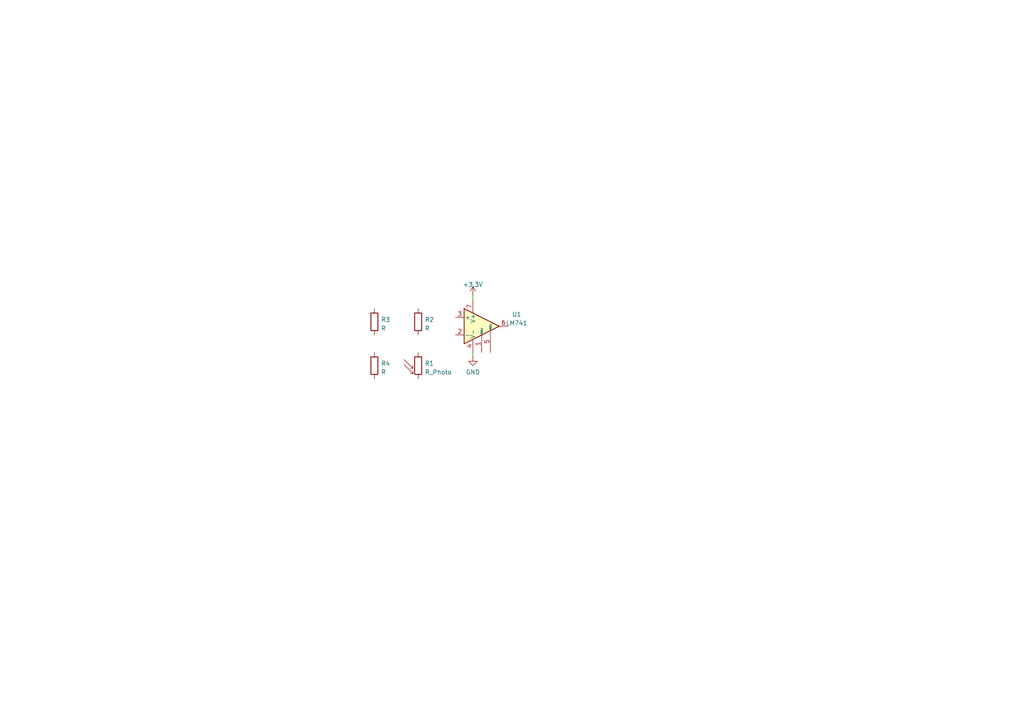
<source format=kicad_sch>
(kicad_sch (version 20230121) (generator eeschema)

  (uuid 0c4c73d4-926c-432b-a9b8-41cfe416be92)

  (paper "A4")

  (lib_symbols
    (symbol "Amplifier_Operational:LM741" (pin_names (offset 0.127)) (in_bom yes) (on_board yes)
      (property "Reference" "U" (at 0 6.35 0)
        (effects (font (size 1.27 1.27)) (justify left))
      )
      (property "Value" "LM741" (at 0 3.81 0)
        (effects (font (size 1.27 1.27)) (justify left))
      )
      (property "Footprint" "" (at 1.27 1.27 0)
        (effects (font (size 1.27 1.27)) hide)
      )
      (property "Datasheet" "http://www.ti.com/lit/ds/symlink/lm741.pdf" (at 3.81 3.81 0)
        (effects (font (size 1.27 1.27)) hide)
      )
      (property "ki_keywords" "single opamp" (at 0 0 0)
        (effects (font (size 1.27 1.27)) hide)
      )
      (property "ki_description" "Operational Amplifier, DIP-8/TO-99-8" (at 0 0 0)
        (effects (font (size 1.27 1.27)) hide)
      )
      (property "ki_fp_filters" "SOIC*3.9x4.9mm*P1.27mm* DIP*W7.62mm* TSSOP*3x3mm*P0.65mm*" (at 0 0 0)
        (effects (font (size 1.27 1.27)) hide)
      )
      (symbol "LM741_0_1"
        (polyline
          (pts
            (xy -5.08 5.08)
            (xy 5.08 0)
            (xy -5.08 -5.08)
            (xy -5.08 5.08)
          )
          (stroke (width 0.254) (type default))
          (fill (type background))
        )
      )
      (symbol "LM741_1_1"
        (pin input line (at 0 -7.62 90) (length 5.08)
          (name "NULL" (effects (font (size 0.508 0.508))))
          (number "1" (effects (font (size 1.27 1.27))))
        )
        (pin input line (at -7.62 -2.54 0) (length 2.54)
          (name "-" (effects (font (size 1.27 1.27))))
          (number "2" (effects (font (size 1.27 1.27))))
        )
        (pin input line (at -7.62 2.54 0) (length 2.54)
          (name "+" (effects (font (size 1.27 1.27))))
          (number "3" (effects (font (size 1.27 1.27))))
        )
        (pin power_in line (at -2.54 -7.62 90) (length 3.81)
          (name "V-" (effects (font (size 1.27 1.27))))
          (number "4" (effects (font (size 1.27 1.27))))
        )
        (pin input line (at 2.54 -7.62 90) (length 6.35)
          (name "NULL" (effects (font (size 0.508 0.508))))
          (number "5" (effects (font (size 1.27 1.27))))
        )
        (pin output line (at 7.62 0 180) (length 2.54)
          (name "~" (effects (font (size 1.27 1.27))))
          (number "6" (effects (font (size 1.27 1.27))))
        )
        (pin power_in line (at -2.54 7.62 270) (length 3.81)
          (name "V+" (effects (font (size 1.27 1.27))))
          (number "7" (effects (font (size 1.27 1.27))))
        )
        (pin no_connect line (at 0 2.54 270) (length 2.54) hide
          (name "NC" (effects (font (size 1.27 1.27))))
          (number "8" (effects (font (size 1.27 1.27))))
        )
      )
    )
    (symbol "Device:R" (pin_numbers hide) (pin_names (offset 0)) (in_bom yes) (on_board yes)
      (property "Reference" "R" (at 2.032 0 90)
        (effects (font (size 1.27 1.27)))
      )
      (property "Value" "R" (at 0 0 90)
        (effects (font (size 1.27 1.27)))
      )
      (property "Footprint" "" (at -1.778 0 90)
        (effects (font (size 1.27 1.27)) hide)
      )
      (property "Datasheet" "~" (at 0 0 0)
        (effects (font (size 1.27 1.27)) hide)
      )
      (property "ki_keywords" "R res resistor" (at 0 0 0)
        (effects (font (size 1.27 1.27)) hide)
      )
      (property "ki_description" "Resistor" (at 0 0 0)
        (effects (font (size 1.27 1.27)) hide)
      )
      (property "ki_fp_filters" "R_*" (at 0 0 0)
        (effects (font (size 1.27 1.27)) hide)
      )
      (symbol "R_0_1"
        (rectangle (start -1.016 -2.54) (end 1.016 2.54)
          (stroke (width 0.254) (type default))
          (fill (type none))
        )
      )
      (symbol "R_1_1"
        (pin passive line (at 0 3.81 270) (length 1.27)
          (name "~" (effects (font (size 1.27 1.27))))
          (number "1" (effects (font (size 1.27 1.27))))
        )
        (pin passive line (at 0 -3.81 90) (length 1.27)
          (name "~" (effects (font (size 1.27 1.27))))
          (number "2" (effects (font (size 1.27 1.27))))
        )
      )
    )
    (symbol "Device:R_Photo" (pin_numbers hide) (pin_names (offset 0)) (in_bom yes) (on_board yes)
      (property "Reference" "R" (at 1.27 1.27 0)
        (effects (font (size 1.27 1.27)) (justify left))
      )
      (property "Value" "R_Photo" (at 1.27 0 0)
        (effects (font (size 1.27 1.27)) (justify left top))
      )
      (property "Footprint" "" (at 1.27 -6.35 90)
        (effects (font (size 1.27 1.27)) (justify left) hide)
      )
      (property "Datasheet" "~" (at 0 -1.27 0)
        (effects (font (size 1.27 1.27)) hide)
      )
      (property "ki_keywords" "resistor variable light sensitive opto LDR" (at 0 0 0)
        (effects (font (size 1.27 1.27)) hide)
      )
      (property "ki_description" "Photoresistor" (at 0 0 0)
        (effects (font (size 1.27 1.27)) hide)
      )
      (property "ki_fp_filters" "*LDR* R?LDR*" (at 0 0 0)
        (effects (font (size 1.27 1.27)) hide)
      )
      (symbol "R_Photo_0_1"
        (rectangle (start -1.016 2.54) (end 1.016 -2.54)
          (stroke (width 0.254) (type default))
          (fill (type none))
        )
        (polyline
          (pts
            (xy -1.524 -2.286)
            (xy -4.064 0.254)
          )
          (stroke (width 0) (type default))
          (fill (type none))
        )
        (polyline
          (pts
            (xy -1.524 -2.286)
            (xy -2.286 -2.286)
          )
          (stroke (width 0) (type default))
          (fill (type none))
        )
        (polyline
          (pts
            (xy -1.524 -2.286)
            (xy -1.524 -1.524)
          )
          (stroke (width 0) (type default))
          (fill (type none))
        )
        (polyline
          (pts
            (xy -1.524 -0.762)
            (xy -4.064 1.778)
          )
          (stroke (width 0) (type default))
          (fill (type none))
        )
        (polyline
          (pts
            (xy -1.524 -0.762)
            (xy -2.286 -0.762)
          )
          (stroke (width 0) (type default))
          (fill (type none))
        )
        (polyline
          (pts
            (xy -1.524 -0.762)
            (xy -1.524 0)
          )
          (stroke (width 0) (type default))
          (fill (type none))
        )
      )
      (symbol "R_Photo_1_1"
        (pin passive line (at 0 3.81 270) (length 1.27)
          (name "~" (effects (font (size 1.27 1.27))))
          (number "1" (effects (font (size 1.27 1.27))))
        )
        (pin passive line (at 0 -3.81 90) (length 1.27)
          (name "~" (effects (font (size 1.27 1.27))))
          (number "2" (effects (font (size 1.27 1.27))))
        )
      )
    )
    (symbol "power:+3.3V" (power) (pin_names (offset 0)) (in_bom yes) (on_board yes)
      (property "Reference" "#PWR" (at 0 -3.81 0)
        (effects (font (size 1.27 1.27)) hide)
      )
      (property "Value" "+3.3V" (at 0 3.556 0)
        (effects (font (size 1.27 1.27)))
      )
      (property "Footprint" "" (at 0 0 0)
        (effects (font (size 1.27 1.27)) hide)
      )
      (property "Datasheet" "" (at 0 0 0)
        (effects (font (size 1.27 1.27)) hide)
      )
      (property "ki_keywords" "global power" (at 0 0 0)
        (effects (font (size 1.27 1.27)) hide)
      )
      (property "ki_description" "Power symbol creates a global label with name \"+3.3V\"" (at 0 0 0)
        (effects (font (size 1.27 1.27)) hide)
      )
      (symbol "+3.3V_0_1"
        (polyline
          (pts
            (xy -0.762 1.27)
            (xy 0 2.54)
          )
          (stroke (width 0) (type default))
          (fill (type none))
        )
        (polyline
          (pts
            (xy 0 0)
            (xy 0 2.54)
          )
          (stroke (width 0) (type default))
          (fill (type none))
        )
        (polyline
          (pts
            (xy 0 2.54)
            (xy 0.762 1.27)
          )
          (stroke (width 0) (type default))
          (fill (type none))
        )
      )
      (symbol "+3.3V_1_1"
        (pin power_in line (at 0 0 90) (length 0) hide
          (name "+3.3V" (effects (font (size 1.27 1.27))))
          (number "1" (effects (font (size 1.27 1.27))))
        )
      )
    )
    (symbol "power:GND" (power) (pin_names (offset 0)) (in_bom yes) (on_board yes)
      (property "Reference" "#PWR" (at 0 -6.35 0)
        (effects (font (size 1.27 1.27)) hide)
      )
      (property "Value" "GND" (at 0 -3.81 0)
        (effects (font (size 1.27 1.27)))
      )
      (property "Footprint" "" (at 0 0 0)
        (effects (font (size 1.27 1.27)) hide)
      )
      (property "Datasheet" "" (at 0 0 0)
        (effects (font (size 1.27 1.27)) hide)
      )
      (property "ki_keywords" "global power" (at 0 0 0)
        (effects (font (size 1.27 1.27)) hide)
      )
      (property "ki_description" "Power symbol creates a global label with name \"GND\" , ground" (at 0 0 0)
        (effects (font (size 1.27 1.27)) hide)
      )
      (symbol "GND_0_1"
        (polyline
          (pts
            (xy 0 0)
            (xy 0 -1.27)
            (xy 1.27 -1.27)
            (xy 0 -2.54)
            (xy -1.27 -1.27)
            (xy 0 -1.27)
          )
          (stroke (width 0) (type default))
          (fill (type none))
        )
      )
      (symbol "GND_1_1"
        (pin power_in line (at 0 0 270) (length 0) hide
          (name "GND" (effects (font (size 1.27 1.27))))
          (number "1" (effects (font (size 1.27 1.27))))
        )
      )
    )
  )


  (wire (pts (xy 137.16 102.235) (xy 137.16 103.505))
    (stroke (width 0) (type default))
    (uuid 5e210bd4-4586-4504-9032-09fa42598e97)
  )
  (wire (pts (xy 137.16 85.725) (xy 137.16 86.995))
    (stroke (width 0) (type default))
    (uuid 895cb2bf-0f31-4f3a-b445-8901fd71e706)
  )

  (symbol (lib_id "Device:R") (at 108.585 93.345 0) (unit 1)
    (in_bom yes) (on_board yes) (dnp no) (fields_autoplaced)
    (uuid 44e5a2ef-af23-4b9c-84a7-ee392079199d)
    (property "Reference" "R3" (at 110.49 92.71 0)
      (effects (font (size 1.27 1.27)) (justify left))
    )
    (property "Value" "R" (at 110.49 95.25 0)
      (effects (font (size 1.27 1.27)) (justify left))
    )
    (property "Footprint" "" (at 106.807 93.345 90)
      (effects (font (size 1.27 1.27)) hide)
    )
    (property "Datasheet" "~" (at 108.585 93.345 0)
      (effects (font (size 1.27 1.27)) hide)
    )
    (pin "1" (uuid 6ab6fb24-64bb-4980-9437-33bb870e715e))
    (pin "2" (uuid 932bc8c4-2979-4af8-bf57-9c5458451621))
    (instances
      (project "netopyr"
        (path "/0c4c73d4-926c-432b-a9b8-41cfe416be92"
          (reference "R3") (unit 1)
        )
      )
    )
  )

  (symbol (lib_id "Amplifier_Operational:LM741") (at 139.7 94.615 0) (unit 1)
    (in_bom yes) (on_board yes) (dnp no) (fields_autoplaced)
    (uuid 53526806-f332-40f6-8f12-8d232829c9b6)
    (property "Reference" "U1" (at 149.86 91.1861 0)
      (effects (font (size 1.27 1.27)))
    )
    (property "Value" "LM741" (at 149.86 93.7261 0)
      (effects (font (size 1.27 1.27)))
    )
    (property "Footprint" "" (at 140.97 93.345 0)
      (effects (font (size 1.27 1.27)) hide)
    )
    (property "Datasheet" "http://www.ti.com/lit/ds/symlink/lm741.pdf" (at 143.51 90.805 0)
      (effects (font (size 1.27 1.27)) hide)
    )
    (pin "1" (uuid 7bdc5026-7502-4b06-8744-6caf0d49ccea))
    (pin "2" (uuid b9fbb8e8-db14-4804-812b-9b3244ff53f3))
    (pin "3" (uuid 7f8dfd7a-240f-4dcf-a212-ac0cd98206ae))
    (pin "4" (uuid 83c8b4be-975b-41ed-903f-b93f19d5de58))
    (pin "5" (uuid 444abb85-f34e-4fd9-937a-eec8b97dfdaa))
    (pin "6" (uuid d890003e-5c91-478f-ac26-06b4da06526f))
    (pin "7" (uuid 16b3994c-6e37-4010-a4aa-b23a0828087b))
    (pin "8" (uuid 2de2b784-e1b4-480f-83a0-f120ea9b6ea2))
    (instances
      (project "netopyr"
        (path "/0c4c73d4-926c-432b-a9b8-41cfe416be92"
          (reference "U1") (unit 1)
        )
      )
    )
  )

  (symbol (lib_id "power:GND") (at 137.16 103.505 0) (unit 1)
    (in_bom yes) (on_board yes) (dnp no) (fields_autoplaced)
    (uuid 57a57177-e1a0-4f08-8ad1-bd8995e3aec9)
    (property "Reference" "#PWR01" (at 137.16 109.855 0)
      (effects (font (size 1.27 1.27)) hide)
    )
    (property "Value" "GND" (at 137.16 107.95 0)
      (effects (font (size 1.27 1.27)))
    )
    (property "Footprint" "" (at 137.16 103.505 0)
      (effects (font (size 1.27 1.27)) hide)
    )
    (property "Datasheet" "" (at 137.16 103.505 0)
      (effects (font (size 1.27 1.27)) hide)
    )
    (pin "1" (uuid be82a091-71dd-4d62-80e0-6d2edfb0300b))
    (instances
      (project "netopyr"
        (path "/0c4c73d4-926c-432b-a9b8-41cfe416be92"
          (reference "#PWR01") (unit 1)
        )
      )
    )
  )

  (symbol (lib_id "Device:R") (at 108.585 106.045 0) (unit 1)
    (in_bom yes) (on_board yes) (dnp no) (fields_autoplaced)
    (uuid 83f5a929-0809-48b8-b1d9-a3b94ab842e9)
    (property "Reference" "R4" (at 110.49 105.41 0)
      (effects (font (size 1.27 1.27)) (justify left))
    )
    (property "Value" "R" (at 110.49 107.95 0)
      (effects (font (size 1.27 1.27)) (justify left))
    )
    (property "Footprint" "" (at 106.807 106.045 90)
      (effects (font (size 1.27 1.27)) hide)
    )
    (property "Datasheet" "~" (at 108.585 106.045 0)
      (effects (font (size 1.27 1.27)) hide)
    )
    (pin "1" (uuid bc5d91ce-801f-4c43-8b3e-4d94bfc65619))
    (pin "2" (uuid 2010c0fa-8624-4e0c-9423-69de78b789dd))
    (instances
      (project "netopyr"
        (path "/0c4c73d4-926c-432b-a9b8-41cfe416be92"
          (reference "R4") (unit 1)
        )
      )
    )
  )

  (symbol (lib_id "Device:R_Photo") (at 121.285 106.045 0) (unit 1)
    (in_bom yes) (on_board yes) (dnp no) (fields_autoplaced)
    (uuid 9610ee97-9e4e-40c9-9f0a-62f3af72e38b)
    (property "Reference" "R1" (at 123.19 105.41 0)
      (effects (font (size 1.27 1.27)) (justify left))
    )
    (property "Value" "R_Photo" (at 123.19 107.95 0)
      (effects (font (size 1.27 1.27)) (justify left))
    )
    (property "Footprint" "" (at 122.555 112.395 90)
      (effects (font (size 1.27 1.27)) (justify left) hide)
    )
    (property "Datasheet" "~" (at 121.285 107.315 0)
      (effects (font (size 1.27 1.27)) hide)
    )
    (pin "1" (uuid 947dccdd-6543-43ec-86c0-7724433eac70))
    (pin "2" (uuid 378b4ed2-47d9-4586-b000-182ab31a7449))
    (instances
      (project "netopyr"
        (path "/0c4c73d4-926c-432b-a9b8-41cfe416be92"
          (reference "R1") (unit 1)
        )
      )
    )
  )

  (symbol (lib_id "power:+3.3V") (at 137.16 85.725 0) (unit 1)
    (in_bom yes) (on_board yes) (dnp no) (fields_autoplaced)
    (uuid b28ca5a7-4823-4879-85cd-fc870a3a32ed)
    (property "Reference" "#PWR02" (at 137.16 89.535 0)
      (effects (font (size 1.27 1.27)) hide)
    )
    (property "Value" "+3.3V" (at 137.16 82.55 0)
      (effects (font (size 1.27 1.27)))
    )
    (property "Footprint" "" (at 137.16 85.725 0)
      (effects (font (size 1.27 1.27)) hide)
    )
    (property "Datasheet" "" (at 137.16 85.725 0)
      (effects (font (size 1.27 1.27)) hide)
    )
    (pin "1" (uuid 6f55f186-94fa-4ee1-aa62-cd4275399142))
    (instances
      (project "netopyr"
        (path "/0c4c73d4-926c-432b-a9b8-41cfe416be92"
          (reference "#PWR02") (unit 1)
        )
      )
    )
  )

  (symbol (lib_id "Device:R") (at 121.285 93.345 0) (unit 1)
    (in_bom yes) (on_board yes) (dnp no) (fields_autoplaced)
    (uuid e4e1beef-a6c6-4079-8d2e-ea489ae935ae)
    (property "Reference" "R2" (at 123.19 92.71 0)
      (effects (font (size 1.27 1.27)) (justify left))
    )
    (property "Value" "R" (at 123.19 95.25 0)
      (effects (font (size 1.27 1.27)) (justify left))
    )
    (property "Footprint" "" (at 119.507 93.345 90)
      (effects (font (size 1.27 1.27)) hide)
    )
    (property "Datasheet" "~" (at 121.285 93.345 0)
      (effects (font (size 1.27 1.27)) hide)
    )
    (pin "1" (uuid 4d0ed061-81a9-4d8c-ace9-fcb50731c307))
    (pin "2" (uuid 081d213c-a069-42d2-bf45-3fcc259e9bf8))
    (instances
      (project "netopyr"
        (path "/0c4c73d4-926c-432b-a9b8-41cfe416be92"
          (reference "R2") (unit 1)
        )
      )
    )
  )

  (sheet_instances
    (path "/" (page "1"))
  )
)

</source>
